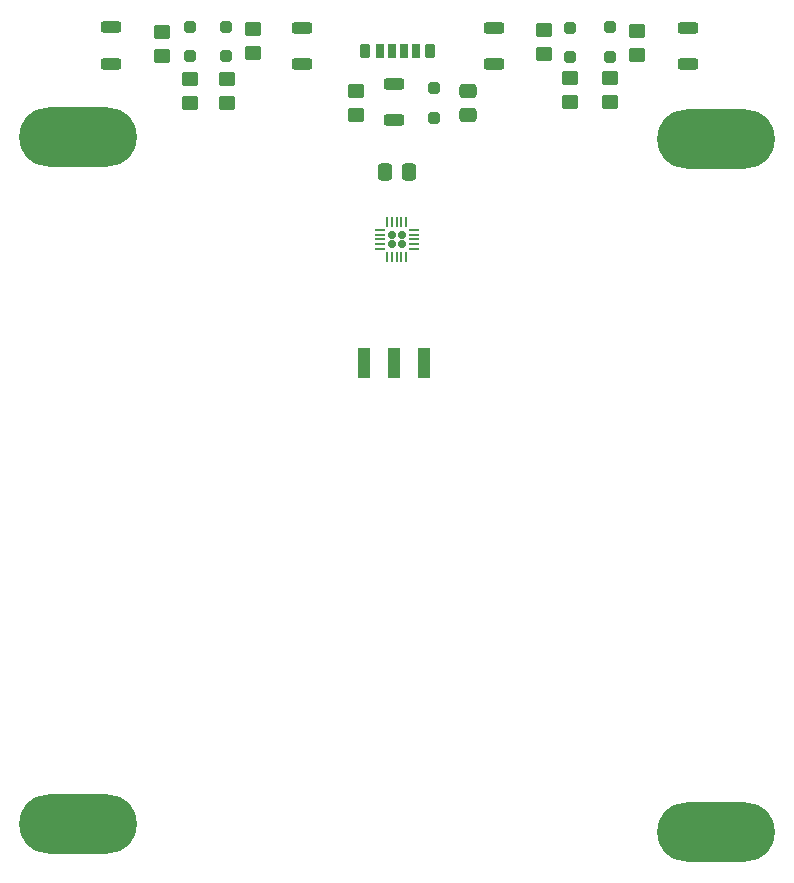
<source format=gbr>
%TF.GenerationSoftware,KiCad,Pcbnew,8.0.6-8.0.6-0~ubuntu24.04.1*%
%TF.CreationDate,2024-11-09T12:08:18+01:00*%
%TF.ProjectId,NIMH-battery-charger,4e494d48-2d62-4617-9474-6572792d6368,rev?*%
%TF.SameCoordinates,Original*%
%TF.FileFunction,Paste,Bot*%
%TF.FilePolarity,Positive*%
%FSLAX46Y46*%
G04 Gerber Fmt 4.6, Leading zero omitted, Abs format (unit mm)*
G04 Created by KiCad (PCBNEW 8.0.6-8.0.6-0~ubuntu24.04.1) date 2024-11-09 12:08:18*
%MOMM*%
%LPD*%
G01*
G04 APERTURE LIST*
G04 Aperture macros list*
%AMRoundRect*
0 Rectangle with rounded corners*
0 $1 Rounding radius*
0 $2 $3 $4 $5 $6 $7 $8 $9 X,Y pos of 4 corners*
0 Add a 4 corners polygon primitive as box body*
4,1,4,$2,$3,$4,$5,$6,$7,$8,$9,$2,$3,0*
0 Add four circle primitives for the rounded corners*
1,1,$1+$1,$2,$3*
1,1,$1+$1,$4,$5*
1,1,$1+$1,$6,$7*
1,1,$1+$1,$8,$9*
0 Add four rect primitives between the rounded corners*
20,1,$1+$1,$2,$3,$4,$5,0*
20,1,$1+$1,$4,$5,$6,$7,0*
20,1,$1+$1,$6,$7,$8,$9,0*
20,1,$1+$1,$8,$9,$2,$3,0*%
G04 Aperture macros list end*
%ADD10RoundRect,0.250000X-0.450000X0.350000X-0.450000X-0.350000X0.450000X-0.350000X0.450000X0.350000X0*%
%ADD11RoundRect,0.070000X-0.280000X-0.530000X0.280000X-0.530000X0.280000X0.530000X-0.280000X0.530000X0*%
%ADD12RoundRect,0.076000X-0.304000X-0.524000X0.304000X-0.524000X0.304000X0.524000X-0.304000X0.524000X0*%
%ADD13RoundRect,0.080000X-0.320000X-0.520000X0.320000X-0.520000X0.320000X0.520000X-0.320000X0.520000X0*%
%ADD14RoundRect,0.190000X0.685000X-0.285000X0.685000X0.285000X-0.685000X0.285000X-0.685000X-0.285000X0*%
%ADD15RoundRect,0.250000X0.337500X0.475000X-0.337500X0.475000X-0.337500X-0.475000X0.337500X-0.475000X0*%
%ADD16RoundRect,0.250000X0.450000X-0.350000X0.450000X0.350000X-0.450000X0.350000X-0.450000X-0.350000X0*%
%ADD17RoundRect,0.250000X0.250000X-0.250000X0.250000X0.250000X-0.250000X0.250000X-0.250000X-0.250000X0*%
%ADD18O,10.000000X5.000000*%
%ADD19RoundRect,0.250000X-0.475000X0.337500X-0.475000X-0.337500X0.475000X-0.337500X0.475000X0.337500X0*%
%ADD20RoundRect,0.167500X-0.167500X0.167500X-0.167500X-0.167500X0.167500X-0.167500X0.167500X0.167500X0*%
%ADD21RoundRect,0.050000X-0.050000X0.375000X-0.050000X-0.375000X0.050000X-0.375000X0.050000X0.375000X0*%
%ADD22RoundRect,0.050000X-0.375000X0.050000X-0.375000X-0.050000X0.375000X-0.050000X0.375000X0.050000X0*%
%ADD23R,1.000000X2.500000*%
G04 APERTURE END LIST*
D10*
%TO.C,R2*%
X123100000Y-52900000D03*
X123100000Y-54900000D03*
%TD*%
%TO.C,R1*%
X119975000Y-52900000D03*
X119975000Y-54900000D03*
%TD*%
D11*
%TO.C,J7*%
X137080000Y-50580000D03*
D12*
X139110000Y-50580000D03*
D13*
X140340000Y-50580000D03*
D11*
X138080000Y-50580000D03*
D12*
X136050000Y-50580000D03*
D13*
X134830000Y-50580000D03*
%TD*%
D14*
%TO.C,D7*%
X137250000Y-56400000D03*
X137250000Y-53300000D03*
%TD*%
D10*
%TO.C,R8*%
X134000000Y-53950000D03*
X134000000Y-55950000D03*
%TD*%
%TO.C,R5*%
X155550000Y-52850000D03*
X155550000Y-54850000D03*
%TD*%
D15*
%TO.C,C1*%
X138537500Y-60800000D03*
X136462500Y-60800000D03*
%TD*%
D16*
%TO.C,R6*%
X117650000Y-50950000D03*
X117650000Y-48950000D03*
%TD*%
D17*
%TO.C,D1*%
X119975000Y-51000000D03*
X119975000Y-48500000D03*
%TD*%
%TO.C,D3*%
X152187500Y-51053500D03*
X152187500Y-48553500D03*
%TD*%
D18*
%TO.C,J3*%
X164500000Y-58000000D03*
%TD*%
D14*
%TO.C,D6*%
X129450000Y-51650000D03*
X129450000Y-48550000D03*
%TD*%
D18*
%TO.C,J5*%
X110500000Y-57800000D03*
%TD*%
D10*
%TO.C,R4*%
X152175000Y-52850000D03*
X152175000Y-54850000D03*
%TD*%
D19*
%TO.C,C2*%
X143550000Y-53900000D03*
X143550000Y-55975000D03*
%TD*%
D18*
%TO.C,J4*%
X164500000Y-116700000D03*
%TD*%
D14*
%TO.C,D5*%
X113320000Y-51620000D03*
X113320000Y-48520000D03*
%TD*%
D17*
%TO.C,D9*%
X140675000Y-56175000D03*
X140675000Y-53675000D03*
%TD*%
D14*
%TO.C,D8*%
X145700000Y-51650000D03*
X145700000Y-48550000D03*
%TD*%
D20*
%TO.C,U1*%
X137900000Y-66080000D03*
X137080000Y-66080000D03*
X137900000Y-66900000D03*
X137080000Y-66900000D03*
D21*
X136690000Y-65040000D03*
X137090000Y-65040000D03*
X137490000Y-65040000D03*
X137890000Y-65040000D03*
X138290000Y-65040000D03*
D22*
X138940000Y-65690000D03*
X138940000Y-66090000D03*
X138940000Y-66490000D03*
X138940000Y-66890000D03*
X138940000Y-67290000D03*
D21*
X138290000Y-67940000D03*
X137890000Y-67940000D03*
X137490000Y-67940000D03*
X137090000Y-67940000D03*
X136690000Y-67940000D03*
D22*
X136040000Y-67290000D03*
X136040000Y-66890000D03*
X136040000Y-66490000D03*
X136040000Y-66090000D03*
X136040000Y-65690000D03*
%TD*%
D17*
%TO.C,D2*%
X123050000Y-51000000D03*
X123050000Y-48500000D03*
%TD*%
D18*
%TO.C,J6*%
X110500000Y-116000000D03*
%TD*%
D16*
%TO.C,R9*%
X149950000Y-50750000D03*
X149950000Y-48750000D03*
%TD*%
D14*
%TO.C,D10*%
X162150000Y-48550000D03*
X162150000Y-51650000D03*
%TD*%
D17*
%TO.C,D4*%
X155562500Y-51028500D03*
X155562500Y-48528500D03*
%TD*%
D16*
%TO.C,R7*%
X125350000Y-50700000D03*
X125350000Y-48700000D03*
%TD*%
%TO.C,R10*%
X157850000Y-50850000D03*
X157850000Y-48850000D03*
%TD*%
D23*
%TO.C,J1*%
X134760000Y-76975000D03*
X137300000Y-76975000D03*
X139840000Y-76975000D03*
%TD*%
M02*

</source>
